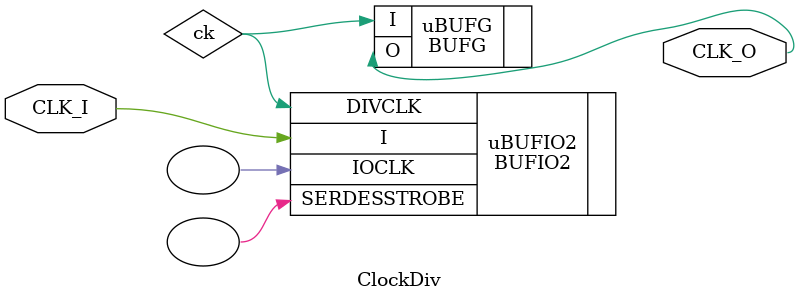
<source format=v>


module ClockDiv(
	//Clock Input
			input wire 	CLK_I,
	//Clock Output
			output wire CLK_O

    );


// Refer to Spartan 6 clocking resource guide for more info in BUFIO2 and BUFG

wire ck;

BUFIO2 #
	(	.DIVIDE(2),
		.DIVIDE_BYPASS(0)
	)
	uBUFIO2(
	.I				(CLK_I),
	.DIVCLK		(ck),
	.IOCLK		(),
	.SERDESSTROBE()
	);

BUFG uBUFG(
	.I(ck),
	.O(CLK_O)
	);


endmodule

</source>
